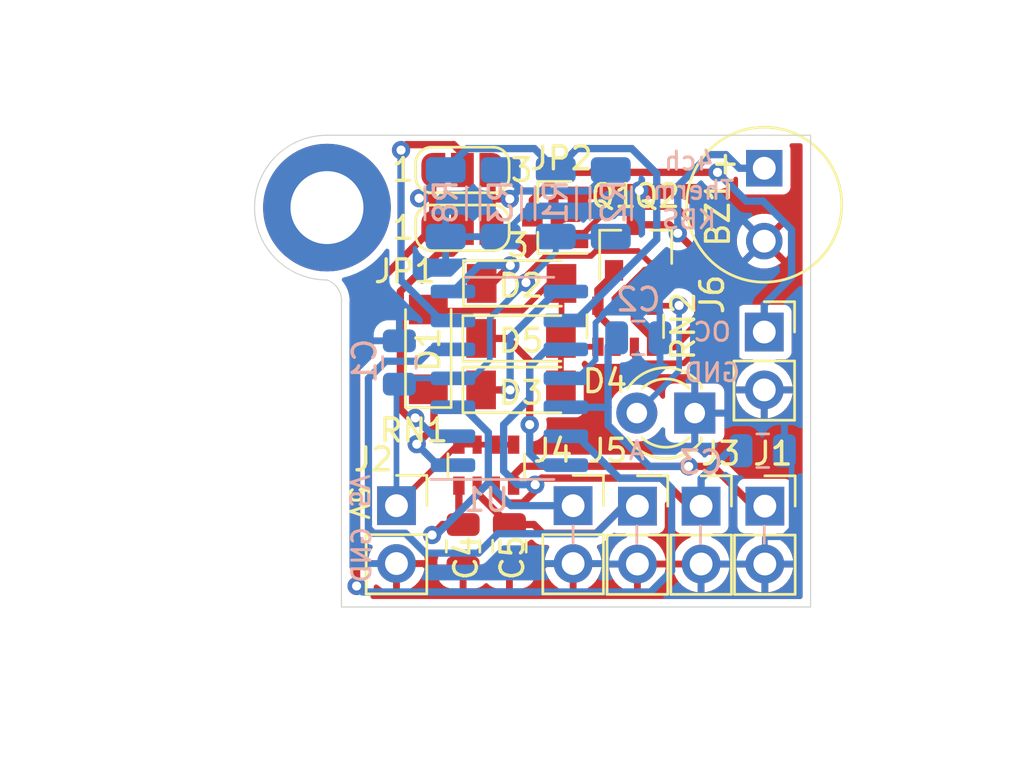
<source format=kicad_pcb>
(kicad_pcb (version 20211014) (generator pcbnew)
  (layers (0 "F.Cu" signal) (31 "B.Cu" signal) (34 "B.Paste" user) (35 "F.Paste" user) (36 "B.SilkS" user "B.Silkscreen") (37 "F.SilkS" user "F.Silkscreen") (38 "B.Mask" user) (39 "F.Mask" user) (44 "Edge.Cuts" user))
  (net 0 "")
  (net 1 "Net-(Q2-Pad3)")
  (net 2 "GND")
  (net 3 "+5V")
  (net 4 "Net-(J1-Pad1)")
  (net 5 "Net-(D1-Pad2)")
  (net 6 "Net-(U1-Pad10)")
  (net 7 "Net-(U1-Pad3)")
  (net 8 "Net-(U1-Pad5)")
  (net 9 "Net-(U1-Pad1)")
  (net 10 "Net-(U1-Pad7)")
  (net 11 "Net-(D4-Pad2)")
  (net 12 "Net-(U1-Pad8)")
  (net 13 "Net-(Q1-Pad1)")
  (net 14 "Net-(U1-Pad14)")
  (net 15 "Net-(J6-Pad1)")
  (net 16 "/ref1")
  (net 17 "Net-(U1-Pad2)")
  (net 18 "/ref2")
  (net 19 "Net-(U1-Pad6)")
  (net 20 "Net-(Q2-Pad1)")
  (footprint "Connector_PinSocket_2.54mm:PinSocket_1x02_P2.54mm_Vertical" (layer "F.Cu") (at 134.899 61.234)
    (fp_text reference "J1" (at 0.356 -2.306) (layer "F.SilkS"))
    (fp_text value "NTC50k")
    (pad "1" thru_hole rect locked (at 0 0) (size 1.7 1.7) (drill 1) (layers *.Cu *.Mask) (net 4 "Net-(J1-Pad1)"))
    (pad "2" thru_hole oval locked (at 0 2.54) (size 1.7 1.7) (drill 1) (layers *.Cu *.Mask) (net 2 "GND"))
  )
  (footprint "LED_THT:LED_D3.0mm" (layer "F.Cu") (at 131.826 57.15 180)
    (fp_text reference "D4" (at 3.937 1.397) (layer "F.SilkS"))
    (fp_text value "LED")
    (pad "1" thru_hole rect locked (at 0 0 180) (size 1.8 1.8) (drill 0.9) (layers *.Cu *.Mask) (net 2 "GND"))
    (pad "2" thru_hole circle locked (at 2.54 0 180) (size 1.8 1.8) (drill 0.9) (layers *.Cu *.Mask) (net 11 "Net-(D4-Pad2)"))
  )
  (footprint "Connector_PinSocket_2.54mm:PinSocket_1x02_P2.54mm_Vertical" (layer "F.Cu") (at 118.745 61.214)
    (fp_text reference "J2" (at -1.016 -2.032 180) (layer "F.SilkS"))
    (fp_text value "supl.")
    (pad "1" thru_hole rect locked (at 0 0) (size 1.7 1.7) (drill 1) (layers *.Cu *.Mask) (net 3 "+5V"))
    (pad "2" thru_hole oval locked (at 0 2.54) (size 1.7 1.7) (drill 1) (layers *.Cu *.Mask) (net 2 "GND"))
  )
  (footprint "Buzzer_Beeper:MagneticBuzzer_Kingstate_KCG0601" (layer "F.Cu") (at 134.874 46.406 -90)
    (fp_text reference "BZ1" (at 1.981 2.032 90) (layer "F.SilkS"))
    (fp_text value "Buzzer")
    (fp_text user "+" (at -0.178 1.778 90) (layer "F.SilkS"))
    (pad "1" thru_hole rect locked (at 0 0 270) (size 1.6 1.6) (drill 1) (layers *.Cu *.Mask) (net 1 "Net-(Q2-Pad3)"))
    (pad "2" thru_hole circle locked (at 3.2 0 270) (size 1.6 1.6) (drill 1) (layers *.Cu *.Mask) (net 2 "GND"))
  )
  (footprint "Diode_SMD:D_MiniMELF" (layer "F.Cu") (at 120.142 54.356 90)
    (fp_text reference "D1" (at 0 0 90) (layer "F.SilkS"))
    (fp_text value "4148")
    (pad "1" smd rect (at -1.75 0 90) (size 1.3 1.7) (layers "F.Cu" "F.Paste" "F.Mask") (net 9 "Net-(U1-Pad1)"))
    (pad "2" smd rect (at 1.75 0 90) (size 1.3 1.7) (layers "F.Cu" "F.Paste" "F.Mask") (net 5 "Net-(D1-Pad2)"))
  )
  (footprint "Resistor_SMD:R_Array_Convex_4x0603" (layer "F.Cu") (at 128.778 53.34 -90)
    (fp_text reference "RN2" (at 0 -2.54 90) (layer "F.SilkS"))
    (fp_text value "2k2")
    (pad "1" smd rect (at -0.9 -1.2 270) (size 0.8 0.5) (layers "F.Cu" "F.Paste" "F.Mask") (net 11 "Net-(D4-Pad2)"))
    (pad "2" smd rect (at -0.9 -0.4 270) (size 0.8 0.4) (layers "F.Cu" "F.Paste" "F.Mask") (net 1 "Net-(Q2-Pad3)"))
    (pad "3" smd rect (at -0.9 0.4 270) (size 0.8 0.4) (layers "F.Cu" "F.Paste" "F.Mask") (net 3 "+5V"))
    (pad "4" smd rect (at -0.9 1.2 270) (size 0.8 0.5) (layers "F.Cu" "F.Paste" "F.Mask") (net 20 "Net-(Q2-Pad1)"))
    (pad "5" smd rect (at 0.9 1.2 270) (size 0.8 0.5) (layers "F.Cu" "F.Paste" "F.Mask") (net 5 "Net-(D1-Pad2)"))
    (pad "6" smd rect (at 0.9 0.4 270) (size 0.8 0.4) (layers "F.Cu" "F.Paste" "F.Mask") (net 20 "Net-(Q2-Pad1)"))
    (pad "7" smd rect (at 0.9 -0.4 270) (size 0.8 0.4) (layers "F.Cu" "F.Paste" "F.Mask") (net 13 "Net-(Q1-Pad1)"))
    (pad "8" smd rect (at 0.9 -1.2 270) (size 0.8 0.5) (layers "F.Cu" "F.Paste" "F.Mask") (net 1 "Net-(Q2-Pad3)"))
  )
  (footprint "Resistor_SMD:R_Array_Convex_4x0603" (layer "F.Cu") (at 122.682 59.436 90)
    (fp_text reference "RN1" (at 1.524 -3.175 180) (layer "F.SilkS"))
    (fp_text value "22k")
    (pad "1" smd rect (at -0.9 -1.2 90) (size 0.8 0.5) (layers "F.Cu" "F.Paste" "F.Mask") (net 7 "Net-(U1-Pad3)"))
    (pad "2" smd rect (at -0.9 -0.4 90) (size 0.8 0.4) (layers "F.Cu" "F.Paste" "F.Mask") (net 8 "Net-(U1-Pad5)"))
    (pad "3" smd rect (at -0.9 0.4 90) (size 0.8 0.4) (layers "F.Cu" "F.Paste" "F.Mask") (net 6 "Net-(U1-Pad10)"))
    (pad "4" smd rect (at -0.9 1.2 90) (size 0.8 0.5) (layers "F.Cu" "F.Paste" "F.Mask") (net 4 "Net-(J1-Pad1)"))
    (pad "5" smd rect (at 0.9 1.2 90) (size 0.8 0.5) (layers "F.Cu" "F.Paste" "F.Mask") (net 3 "+5V"))
    (pad "6" smd rect (at 0.9 0.4 90) (size 0.8 0.4) (layers "F.Cu" "F.Paste" "F.Mask") (net 3 "+5V"))
    (pad "7" smd rect (at 0.9 -0.4 90) (size 0.8 0.4) (layers "F.Cu" "F.Paste" "F.Mask") (net 3 "+5V"))
    (pad "8" smd rect (at 0.9 -1.2 90) (size 0.8 0.5) (layers "F.Cu" "F.Paste" "F.Mask") (net 3 "+5V"))
  )
  (footprint "Jumper:SolderJumper-3_P1.3mm_Bridged12_RoundedPad1.0x1.5mm_NumberLabels" (layer "F.Cu") (at 121.636 46.482)
    (fp_text reference "JP2" (at 4.348 -0.508) (layer "F.SilkS"))
    (fp_text value "Jumper_3_Bridged12")
    (fp_text user "1" (at -2.6 0) (layer "F.SilkS"))
    (fp_text user "3" (at 2.6 0) (layer "F.SilkS"))
    (fp_poly (pts (xy -0.9 -0.3) (xy -0.4 -0.3) (xy -0.4 0.3) (xy -0.9 0.3)) (layer "F.Cu") (width 0) (fill solid))
    (pad "1" smd custom (at -1.3 0) (size 1 0.5) (layers "F.Cu" "F.Mask") (net 16 "/ref1") (options (clearance outline) (anchor rect)) (primitives (gr_poly (pts (xy 0.55 0.75) (xy 0 0.75) (xy 0 -0.75) (xy 0.55 -0.75)) (width 0) (fill yes)) (gr_circle (center 0 0.25) (end 0.5 0.25) (width 0) (fill yes)) (gr_circle (center 0 -0.25) (end 0.5 -0.25) (width 0) (fill yes))))
    (pad "2" smd rect (at 0 0) (size 1 1.5) (layers "F.Cu" "F.Mask") (net 19 "Net-(U1-Pad6)"))
    (pad "3" smd custom (at 1.3 0) (size 1 0.5) (layers "F.Cu" "F.Mask") (net 18 "/ref2") (options (clearance outline) (anchor rect)) (primitives (gr_circle (center 0 0.25) (end 0.5 0.25) (width 0) (fill yes)) (gr_circle (center 0 -0.25) (end 0.5 -0.25) (width 0) (fill yes)) (gr_poly (pts (xy 0 0.75) (xy -0.55 0.75) (xy -0.55 -0.75) (xy 0 -0.75)) (width 0) (fill yes))))
  )
  (footprint "MountingHole:MountingHole_3.2mm_M3_DIN965_Pad" (layer "F.Cu") (at 115.697 48.133)
    (fp_text reference "REF2" hide)
    (fp_text value "MountingHole_3.2mm_M3_DIN965_Pad")
    (pad "1" thru_hole circle (at 0 0) (size 5.6 5.6) (drill 3.2) (layers *.Cu *.Mask))
  )
  (footprint "Connector_PinSocket_2.54mm:PinSocket_1x02_P2.54mm_Vertical" (layer "F.Cu") (at 129.311 61.234)
    (fp_text reference "J5" (at -1.295 -2.433) (layer "F.SilkS"))
    (fp_text value "NTC50k")
    (pad "1" thru_hole rect (at 0 0) (size 1.7 1.7) (drill 1) (layers *.Cu *.Mask) (net 8 "Net-(U1-Pad5)"))
    (pad "2" thru_hole oval (at 0 2.54) (size 1.7 1.7) (drill 1) (layers *.Cu *.Mask) (net 2 "GND"))
  )
  (footprint "Connector_PinSocket_2.54mm:PinSocket_1x02_P2.54mm_Vertical" (layer "F.Cu") (at 126.492 61.214)
    (fp_text reference "J4" (at -0.889 -2.413) (layer "F.SilkS"))
    (fp_text value "NTC50k")
    (pad "1" thru_hole rect (at 0 0) (size 1.7 1.7) (drill 1) (layers *.Cu *.Mask) (net 7 "Net-(U1-Pad3)"))
    (pad "2" thru_hole oval (at 0 2.54) (size 1.7 1.7) (drill 1) (layers *.Cu *.Mask) (net 2 "GND"))
  )
  (footprint "libs:SOT-23" (layer "F.Cu") (at 125.73 48.514 180)
    (fp_text reference "Q1" (at -2.54 0.889) (layer "F.SilkS"))
    (fp_text value "MMBT3904")
    (pad "1" smd rect (at -0.975 -1 180) (size 0.9 0.8) (layers "F.Cu" "F.Paste" "F.Mask") (net 13 "Net-(Q1-Pad1)"))
    (pad "2" smd rect (at -0.975 0.9 180) (size 0.9 0.8) (layers "F.Cu" "F.Paste" "F.Mask") (net 2 "GND"))
    (pad "3" smd rect (at 1.025 -0.05 180) (size 0.9 0.8) (layers "F.Cu" "F.Paste" "F.Mask") (net 15 "Net-(J6-Pad1)"))
  )
  (footprint "Diode_SMD:D_MiniMELF" (layer "F.Cu") (at 124.206 56.134)
    (fp_text reference "D3" (at 0 0.127) (layer "F.SilkS"))
    (fp_text value "4148")
    (pad "1" smd rect (at -1.75 0) (size 1.3 1.7) (layers "F.Cu" "F.Paste" "F.Mask") (net 12 "Net-(U1-Pad8)"))
    (pad "2" smd rect (at 1.75 0) (size 1.3 1.7) (layers "F.Cu" "F.Paste" "F.Mask") (net 5 "Net-(D1-Pad2)"))
  )
  (footprint "Capacitor_SMD:C_0805_2012Metric" (layer "F.Cu") (at 121.666 62.992 90)
    (fp_text reference "C4" (at -0.508 0.127 90) (layer "F.SilkS"))
    (fp_text value "100n")
    (pad "1" smd roundrect (at -0.95 0 90) (size 1 1.45) (layers "F.Cu" "F.Paste" "F.Mask") (net 2 "GND"))
    (pad "2" smd roundrect (at 0.95 0 90) (size 1 1.45) (layers "F.Cu" "F.Paste" "F.Mask") (net 7 "Net-(U1-Pad3)"))
  )
  (footprint "Connector_PinSocket_2.54mm:PinSocket_1x02_P2.54mm_Vertical" (layer "F.Cu") (at 132.105 61.234)
    (fp_text reference "J3" (at 0.864 -2.306) (layer "F.SilkS"))
    (fp_text value "NTC50k")
    (pad "1" thru_hole rect (at 0 0) (size 1.7 1.7) (drill 1) (layers *.Cu *.Mask) (net 6 "Net-(U1-Pad10)"))
    (pad "2" thru_hole oval (at 0 2.54) (size 1.7 1.7) (drill 1) (layers *.Cu *.Mask) (net 2 "GND"))
  )
  (footprint "Diode_SMD:D_MiniMELF" (layer "F.Cu") (at 124.206 53.8734)
    (fp_text reference "D5" (at 0 0.1016) (layer "F.SilkS"))
    (fp_text value "4148")
    (pad "1" smd rect (at -1.75 0) (size 1.3 1.7) (layers "F.Cu" "F.Paste" "F.Mask") (net 14 "Net-(U1-Pad14)"))
    (pad "2" smd rect (at 1.75 0) (size 1.3 1.7) (layers "F.Cu" "F.Paste" "F.Mask") (net 5 "Net-(D1-Pad2)"))
  )
  (footprint "libs:SOT-23" (layer "F.Cu") (at 129.286 49.911 90)
    (fp_text reference "Q2" (at 2.286 0.889 180) (layer "F.SilkS"))
    (fp_text value "MMBT3906")
    (pad "1" smd rect (at -0.975 -1 90) (size 0.9 0.8) (layers "F.Cu" "F.Paste" "F.Mask") (net 20 "Net-(Q2-Pad1)"))
    (pad "2" smd rect (at -0.975 0.9 90) (size 0.9 0.8) (layers "F.Cu" "F.Paste" "F.Mask") (net 3 "+5V"))
    (pad "3" smd rect (at 1.025 -0.05 90) (size 0.9 0.8) (layers "F.Cu" "F.Paste" "F.Mask") (net 1 "Net-(Q2-Pad3)"))
  )
  (footprint "Jumper:SolderJumper-3_P1.3mm_Bridged12_RoundedPad1.0x1.5mm_NumberLabels" (layer "F.Cu") (at 121.636 49.022)
    (fp_text reference "JP1" (at -2.51 1.905) (layer "F.SilkS"))
    (fp_text value "Jumper_3_Bridged12")
    (fp_text user "3" (at 2.443 0.762) (layer "F.SilkS"))
    (fp_text user "1" (at -2.6 0) (layer "F.SilkS"))
    (fp_poly (pts (xy -0.9 -0.3) (xy -0.4 -0.3) (xy -0.4 0.3) (xy -0.9 0.3)) (layer "F.Cu") (width 0) (fill solid))
    (pad "1" smd custom (at -1.3 0) (size 1 0.5) (layers "F.Cu" "F.Mask") (net 16 "/ref1") (options (clearance outline) (anchor rect)) (primitives (gr_poly (pts (xy 0.55 0.75) (xy 0 0.75) (xy 0 -0.75) (xy 0.55 -0.75)) (width 0) (fill yes)) (gr_circle (center 0 0.25) (end 0.5 0.25) (width 0) (fill yes)) (gr_circle (center 0 -0.25) (end 0.5 -0.25) (width 0) (fill yes))))
    (pad "2" smd rect (at 0 0) (size 1 1.5) (layers "F.Cu" "F.Mask") (net 17 "Net-(U1-Pad2)"))
    (pad "3" smd custom (at 1.3 0) (size 1 0.5) (layers "F.Cu" "F.Mask") (net 18 "/ref2") (options (clearance outline) (anchor rect)) (primitives (gr_circle (center 0 0.25) (end 0.5 0.25) (width 0) (fill yes)) (gr_circle (center 0 -0.25) (end 0.5 -0.25) (width 0) (fill yes)) (gr_poly (pts (xy 0 0.75) (xy -0.55 0.75) (xy -0.55 -0.75) (xy 0 -0.75)) (width 0) (fill yes))))
  )
  (footprint "Diode_SMD:D_MiniMELF" (layer "F.Cu") (at 124.2314 51.4604)
    (fp_text reference "D2" (at -0.0254 0.1016) (layer "F.SilkS"))
    (fp_text value "4148")
    (pad "1" smd rect (at -1.75 0) (size 1.3 1.7) (layers "F.Cu" "F.Paste" "F.Mask") (net 10 "Net-(U1-Pad7)"))
    (pad "2" smd rect (at 1.75 0) (size 1.3 1.7) (layers "F.Cu" "F.Paste" "F.Mask") (net 5 "Net-(D1-Pad2)"))
  )
  (footprint "Capacitor_SMD:C_0805_2012Metric" (layer "F.Cu") (at 123.698 62.992 90)
    (fp_text reference "C5" (at -0.508 0.127 90) (layer "F.SilkS"))
    (fp_text value "100n")
    (pad "1" smd roundrect (at -0.95 0 90) (size 1 1.45) (layers "F.Cu" "F.Paste" "F.Mask") (net 2 "GND"))
    (pad "2" smd roundrect (at 0.95 0 90) (size 1 1.45) (layers "F.Cu" "F.Paste" "F.Mask") (net 8 "Net-(U1-Pad5)"))
  )
  (footprint "Connector_PinSocket_2.54mm:PinSocket_1x02_P2.54mm_Vertical" (layer "F.Cu") (at 134.874 53.594)
    (fp_text reference "J6" (at -2.286 -1.651 90) (layer "F.SilkS"))
    (fp_text value "Out OC")
    (pad "1" thru_hole rect (at 0 0) (size 1.7 1.7) (drill 1) (layers *.Cu *.Mask) (net 15 "Net-(J6-Pad1)"))
    (pad "2" thru_hole oval (at 0 2.54) (size 1.7 1.7) (drill 1) (layers *.Cu *.Mask) (net 2 "GND"))
  )
  (footprint "Capacitor_SMD:C_0805_2012Metric" (layer "B.Cu") (at 118.872 54.93 90)
    (fp_text reference "C1" (at 0.066 -1.524 90) (layer "B.SilkS") (effects (justify mirror)))
    (fp_text value "1u")
    (pad "1" smd roundrect locked (at -0.95 0 90) (size 1 1.45) (layers "B.Cu" "B.Paste" "B.Mask") (net 3 "+5V"))
    (pad "2" smd roundrect locked (at 0.95 0 90) (size 1 1.45) (layers "B.Cu" "B.Paste" "B.Mask") (net 2 "GND"))
  )
  (footprint "Capacitor_SMD:C_0805_2012Metric" (layer "B.Cu") (at 129.352 53.848 180)
    (fp_text reference "C2" (at 0 1.68) (layer "B.SilkS") (effects (justify mirror)))
    (fp_text value "100n")
    (pad "1" smd roundrect locked (at -0.95 0 180) (size 1 1.45) (layers "B.Cu" "B.Paste" "B.Mask") (net 2 "GND"))
    (pad "2" smd roundrect locked (at 0.95 0 180) (size 1 1.45) (layers "B.Cu" "B.Paste" "B.Mask") (net 4 "Net-(J1-Pad1)"))
  )
  (footprint "Resistor_SMD:R_1206_3216Metric" (layer "B.Cu") (at 120.904 47.9445 -90)
    (fp_text reference "R8" (at -0.0655 0 90) (layer "B.SilkS") (effects (justify mirror)))
    (fp_text value "12k")
    (pad "1" smd roundrect locked (at -1.4625 0 270) (size 1.125 1.75) (layers "B.Cu" "B.Paste" "B.Mask") (roundrect_rratio 0.2222222222) (net 16 "/ref1"))
    (pad "2" smd roundrect locked (at 1.4625 0 270) (size 1.125 1.75) (layers "B.Cu" "B.Paste" "B.Mask") (roundrect_rratio 0.2222222222) (net 2 "GND"))
  )
  (footprint "Package_SO:SOIC-14_3.9x8.7mm_P1.27mm" (layer "B.Cu") (at 123.698 55.626)
    (fp_text reference "U1" (at -1.016 5.334) (layer "B.SilkS") (effects (justify mirror)))
    (fp_text value "LM324")
    (pad "1" smd roundrect locked (at -2.475 3.81) (size 1.95 0.6) (layers "B.Cu" "B.Paste" "B.Mask") (net 9 "Net-(U1-Pad1)"))
    (pad "2" smd roundrect locked (at -2.475 2.54) (size 1.95 0.6) (layers "B.Cu" "B.Paste" "B.Mask") (net 17 "Net-(U1-Pad2)"))
    (pad "3" smd roundrect locked (at -2.475 1.27) (size 1.95 0.6) (layers "B.Cu" "B.Paste" "B.Mask") (net 7 "Net-(U1-Pad3)"))
    (pad "4" smd roundrect locked (at -2.475 0) (size 1.95 0.6) (layers "B.Cu" "B.Paste" "B.Mask") (net 3 "+5V"))
    (pad "5" smd roundrect locked (at -2.475 -1.27) (size 1.95 0.6) (layers "B.Cu" "B.Paste" "B.Mask") (net 8 "Net-(U1-Pad5)"))
    (pad "6" smd roundrect locked (at -2.475 -2.54) (size 1.95 0.6) (layers "B.Cu" "B.Paste" "B.Mask") (net 19 "Net-(U1-Pad6)"))
    (pad "7" smd roundrect locked (at -2.475 -3.81) (size 1.95 0.6) (layers "B.Cu" "B.Paste" "B.Mask") (net 10 "Net-(U1-Pad7)"))
    (pad "8" smd roundrect locked (at 2.475 -3.81) (size 1.95 0.6) (layers "B.Cu" "B.Paste" "B.Mask") (net 12 "Net-(U1-Pad8)"))
    (pad "9" smd roundrect locked (at 2.475 -2.54) (size 1.95 0.6) (layers "B.Cu" "B.Paste" "B.Mask") (net 16 "/ref1"))
    (pad "10" smd roundrect locked (at 2.475 -1.27) (size 1.95 0.6) (layers "B.Cu" "B.Paste" "B.Mask") (net 6 "Net-(U1-Pad10)"))
    (pad "11" smd roundrect locked (at 2.475 0) (size 1.95 0.6) (layers "B.Cu" "B.Paste" "B.Mask") (net 2 "GND"))
    (pad "12" smd roundrect locked (at 2.475 1.27) (size 1.95 0.6) (layers "B.Cu" "B.Paste" "B.Mask") (net 4 "Net-(J1-Pad1)"))
    (pad "13" smd roundrect locked (at 2.475 2.54) (size 1.95 0.6) (layers "B.Cu" "B.Paste" "B.Mask") (net 16 "/ref1"))
    (pad "14" smd roundrect locked (at 2.475 3.81) (size 1.95 0.6) (layers "B.Cu" "B.Paste" "B.Mask") (net 14 "Net-(U1-Pad14)"))
  )
  (footprint "Capacitor_SMD:C_0805_2012Metric" (layer "B.Cu") (at 134.808 58.801 180)
    (fp_text reference "C3" (at 2.728 -0.508) (layer "B.SilkS") (effects (justify mirror)))
    (fp_text value "100n")
    (pad "1" smd roundrect (at -0.95 0 180) (size 1 1.45) (layers "B.Cu" "B.Paste" "B.Mask") (net 2 "GND"))
    (pad "2" smd roundrect (at 0.95 0 180) (size 1 1.45) (layers "B.Cu" "B.Paste" "B.Mask") (net 6 "Net-(U1-Pad10)"))
  )
  (footprint "Resistor_SMD:R_1206_3216Metric" (layer "B.Cu") (at 125.73 47.9405 90)
    (fp_text reference "R1" (at 0.0615 0 90) (layer "B.SilkS") (effects (justify mirror)))
    (fp_text value "30k")
    (pad "1" smd roundrect (at -1.4625 0 90) (size 1.125 1.75) (layers "B.Cu" "B.Paste" "B.Mask") (roundrect_rratio 0.2222222222) (net 3 "+5V"))
    (pad "2" smd roundrect (at 1.4625 0 90) (size 1.125 1.75) (layers "B.Cu" "B.Paste" "B.Mask") (roundrect_rratio 0.2222222222) (net 16 "/ref1"))
  )
  (footprint "Resistor_SMD:R_1206_3216Metric" (layer "B.Cu") (at 128.143 47.9445 90)
    (fp_text reference "R2" (at 0.0655 0.127 90) (layer "B.SilkS") (effects (justify mirror)))
    (fp_text value "opt")
    (pad "1" smd roundrect (at -1.4625 0 90) (size 1.125 1.75) (layers "B.Cu" "B.Paste" "B.Mask") (roundrect_rratio 0.2222222222) (net 3 "+5V"))
    (pad "2" smd roundrect (at 1.4625 0 90) (size 1.125 1.75) (layers "B.Cu" "B.Paste" "B.Mask") (roundrect_rratio 0.2222222222) (net 18 "/ref2"))
  )
  (footprint "Resistor_SMD:R_1206_3216Metric" (layer "B.Cu") (at 123.317 47.9445 -90)
    (fp_text reference "R3" (at -0.0655 0 90) (layer "B.SilkS") (effects (justify mirror)))
    (fp_text value "opt")
    (pad "1" smd roundrect (at -1.4625 0 270) (size 1.125 1.75) (layers "B.Cu" "B.Paste" "B.Mask") (roundrect_rratio 0.2222222222) (net 18 "/ref2"))
    (pad "2" smd roundrect (at 1.4625 0 270) (size 1.125 1.75) (layers "B.Cu" "B.Paste" "B.Mask") (roundrect_rratio 0.2222222222) (net 2 "GND"))
  )
  (gr_line (start 129.286 62.103) (end 129.286 62.865) (layer "B.SilkS") (width 0.12))
  (gr_line (start 132.08 62.103) (end 132.08 62.865) (layer "B.SilkS") (width 0.12))
  (gr_line (start 126.492 62.103) (end 126.492 62.865) (layer "B.SilkS") (width 0.12))
  (gr_line (start 134.874 62.103) (end 134.874 62.865) (layer "B.SilkS") (width 0.12))
  (gr_arc (start 115.697 51.308) (mid 112.522 48.133) (end 115.697 44.958) (layer "Edge.Cuts") (width 0.05))
  (gr_line (start 136.906 44.958) (end 136.906 65.659) (layer "Edge.Cuts") (width 0.05))
  (gr_line (start 136.906 65.659) (end 116.332 65.659) (layer "Edge.Cuts") (width 0.05))
  (gr_line (start 115.697 44.958) (end 136.906 44.958) (layer "Edge.Cuts") (width 0.05))
  (gr_line (start 116.332 52.324) (end 116.332 65.659) (layer "Edge.Cuts") (width 0.05))
  (gr_arc (start 115.697 51.308) (mid 116.188223 51.707423) (end 116.332 52.324) (layer "Edge.Cuts") (width 0.05))
  (gr_text "GND" (at 132.588 55.372) (layer "B.SilkS") (effects (font (size 0.8 0.8) (thickness 0.13)) (justify mirror)))
  (gr_text "OC" (at 132.588 53.594) (layer "B.SilkS") (effects (font (size 0.8 0.8) (thickness 0.13)) (justify mirror)))
  (gr_text "GND" (at 117.221 63.373 90) (layer "B.SilkS") (effects (font (size 0.8 0.8) (thickness 0.13)) (justify mirror)))
  (gr_text "5V" (at 117.094 60.579 270) (layer "B.SilkS") (effects (font (size 0.8 0.8) (thickness 0.13)) (justify mirror)))
  (gr_text "4ch\nTherm.\nKBS" (at 131.572 47.371) (layer "B.SilkS") (effects (font (size 0.8 0.8) (thickness 0.13)) (justify mirror)))
  (gr_text "A" (at 129.286 58.801) (layer "B.SilkS") (effects (font (size 0.8 0.8) (thickness 0.13)) (justify mirror)))
  (gr_text "5V" (at 117.094 61.087 -90) (layer "F.SilkS") (effects (font (size 0.8 0.8) (thickness 0.13))))
  (segment (start 129.978 54.24) (end 129.978 53.867) (width 0.32) (layer "F.Cu") (net 1))
  (segment (start 131.953 50.131) (end 131.081 49.259) (width 0.32) (layer "F.Cu") (net 1))
  (segment (start 130.708 48.886) (end 131.081 49.259) (width 0.32) (layer "F.Cu") (net 1))
  (segment (start 129.178 52.44) (end 129.178 53.067) (width 0.32) (layer "F.Cu") (net 1))
  (segment (start 129.978 54.24) (end 130.926 54.24) (width 0.32) (layer "F.Cu") (net 1))
  (segment (start 129.978 53.867) (end 129.178 53.067) (width 0.32) (layer "F.Cu") (net 1))
  (segment (start 129.236 48.886) (end 130.708 48.886) (width 0.32) (layer "F.Cu") (net 1))
  (segment (start 131.953 53.213) (end 131.953 50.131) (width 0.32) (layer "F.Cu") (net 1))
  (segment (start 130.926 54.24) (end 131.953 53.213) (width 0.32) (layer "F.Cu") (net 1))
  (via (at 131.081 49.259) (size 0.8) (drill 0.4) (layers "F.Cu" "B.Cu") (net 1))
  (segment (start 133.7885 46.406) (end 133.1912 45.8087) (width 0.32) (layer "B.Cu") (net 1))
  (segment (start 134.874 46.406) (end 133.7885 46.406) (width 0.32) (layer "B.Cu") (net 1))
  (segment (start 133.1912 45.8087) (end 132.4674 45.8087) (width 0.32) (layer "B.Cu") (net 1))
  (segment (start 131.081 47.1951) (end 131.081 49.259) (width 0.32) (layer "B.Cu") (net 1))
  (segment (start 132.4674 45.8087) (end 131.081 47.1951) (width 0.32) (layer "B.Cu") (net 1))
  (segment (start 118.745 63.754) (end 119.9203 63.754) (width 0.25) (layer "F.Cu") (net 2))
  (segment (start 125.9044 63.754) (end 125.3167 63.754) (width 0.25) (layer "F.Cu") (net 2))
  (segment (start 126.705 47.614) (end 129.1649 47.614) (width 0.25) (layer "F.Cu") (net 2))
  (segment (start 131.699 47.625) (end 129.6411 47.625) (width 0.25) (layer "F.Cu") (net 2))
  (segment (start 126.492 63.754) (end 128.1157 63.754) (width 0.25) (layer "F.Cu") (net 2))
  (segment (start 119.9203 63.754) (end 120.1083 63.942) (width 0.25) (layer "F.Cu") (net 2))
  (segment (start 120.1083 63.942) (end 121.666 63.942) (width 0.25) (layer "F.Cu") (net 2))
  (segment (start 129.6411 47.625) (end 129.3975 47.3814) (width 0.25) (layer "F.Cu") (net 2))
  (segment (start 128.1157 63.754) (end 128.1357 63.774) (width 0.25) (layer "F.Cu") (net 2))
  (segment (start 125.1287 63.942) (end 125.3167 63.754) (width 0.25) (layer "F.Cu") (net 2))
  (segment (start 121.666 63.942) (end 123.698 63.942) (width 0.25) (layer "F.Cu") (net 2))
  (segment (start 123.698 63.942) (end 125.1287 63.942) (width 0.25) (layer "F.Cu") (net 2))
  (segment (start 129.1649 47.614) (end 129.3975 47.3814) (width 0.25) (layer "F.Cu") (net 2))
  (segment (start 131.826 57.15) (end 133.858 57.15) (width 0.25) (layer "F.Cu") (net 2))
  (segment (start 134.899 63.774) (end 132.105 63.774) (width 0.25) (layer "F.Cu") (net 2))
  (segment (start 132.105 63.774) (end 129.311 63.774) (width 0.25) (layer "F.Cu") (net 2))
  (segment (start 129.311 63.774) (end 128.1357 63.774) (width 0.25) (layer "F.Cu") (net 2))
  (via (at 129.3975 47.3814) (size 0.8) (drill 0.4) (layers "F.Cu" "B.Cu") (net 2))
  (segment (start 129.1966 52.7426) (end 130.302 53.848) (width 0.25) (layer "B.Cu") (net 2))
  (segment (start 127.474 54.8218) (end 127.474 53.1865) (width 0.25) (layer "B.Cu") (net 2))
  (segment (start 123.317 49.407) (end 120.904 49.407) (width 0.25) (layer "B.Cu") (net 2))
  (segment (start 123.317 49.407) (end 124.21 48.514) (width 0.25) (layer "B.Cu") (net 2))
  (segment (start 127.9179 52.7426) (end 129.1966 52.7426) (width 0.25) (layer "B.Cu") (net 2))
  (segment (start 130.302 52.1716) (end 132.8676 49.606) (width 0.25) (layer "B.Cu") (net 2))
  (segment (start 134.874 56.134) (end 134.874 57.3093) (width 0.25) (layer "B.Cu") (net 2))
  (segment (start 134.899 62.5987) (end 135.707 62.5987) (width 0.25) (layer "B.Cu") (net 2))
  (segment (start 133.6591 50.8209) (end 134.874 49.606) (width 0.25) (layer "B.Cu") (net 2))
  (segment (start 134.899 63.774) (end 134.899 62.5987) (width 0.25) (layer "B.Cu") (net 2))
  (segment (start 133.6591 54.9191) (end 133.6591 50.8209) (width 0.25) (layer "B.Cu") (net 2))
  (segment (start 135.758 58.801) (end 135.758 58.1933) (width 0.25) (layer "B.Cu") (net 2))
  (segment (start 135.707 62.5987) (end 136.0744 62.2313) (width 0.25) (layer "B.Cu") (net 2))
  (segment (start 130.302 53.848) (end 130.302 52.1716) (width 0.25) (layer "B.Cu") (net 2))
  (segment (start 117.0218 63.2061) (end 117.0218 55.3868) (width 0.25) (layer "B.Cu") (net 2))
  (segment (start 126.6698 55.626) (end 127.474 54.8218) (width 0.25) (layer "B.Cu") (net 2))
  (segment (start 128.2649 48.514) (end 129.3975 47.3814) (width 0.25) (layer "B.Cu") (net 2))
  (segment (start 118.745 63.754) (end 117.5697 63.754) (width 0.25) (layer "B.Cu") (net 2))
  (segment (start 136.0744 62.2313) (end 136.0744 59.1174) (width 0.25) (layer "B.Cu") (net 2))
  (segment (start 127.474 53.1865) (end 127.9179 52.7426) (width 0.25) (layer "B.Cu") (net 2))
  (segment (start 124.21 48.514) (end 128.2649 48.514) (width 0.25) (layer "B.Cu") (net 2))
  (segment (start 117.5697 63.754) (end 117.0218 63.2061) (width 0.25) (layer "B.Cu") (net 2))
  (segment (start 127.2793 50.2536) (end 127.4949 50.038) (width 0.25) (layer "F.Cu") (net 3))
  (segment (start 122.282 58.536) (end 121.482 58.536) (width 0.25) (layer "F.Cu") (net 3))
  (segment (start 127.4949 50.038) (end 129.338 50.038) (width 0.25) (layer "F.Cu") (net 3))
  (segment (start 128.8542 51.689) (end 129.6572 50.886) (width 0.32) (layer "F.Cu") (net 3))
  (segment (start 128.378 52.089) (end 128.778 51.689) (width 0.32) (layer "F.Cu") (net 3))
  (segment (start 129.338 50.038) (end 130.186 50.886) (width 0.25) (layer "F.Cu") (net 3))
  (segment (start 123.082 58.536) (end 122.282 58.536) (width 0.25) (layer "F.Cu") (net 3))
  (segment (start 128.378 52.44) (end 128.378 52.089) (width 0.32) (layer "F.Cu") (net 3))
  (segment (start 124.4259 51.1241) (end 124.4259 51.4213) (width 0.25) (layer "F.Cu") (net 3))
  (segment (start 129.6572 50.886) (end 130.186 50.886) (width 0.32) (layer "F.Cu") (net 3))
  (segment (start 123.882 58.536) (end 123.082 58.536) (width 0.25) (layer "F.Cu") (net 3))
  (segment (start 125.2964 50.2536) (end 124.4259 51.1241) (width 0.25) (layer "F.Cu") (net 3))
  (segment (start 127.2793 50.2536) (end 125.2964 50.2536) (width 0.25) (layer "F.Cu") (net 3))
  (segment (start 121.423 58.536) (end 118.745 61.214) (width 0.25) (layer "F.Cu") (net 3))
  (segment (start 128.778 51.689) (end 128.8542 51.689) (width 0.32) (layer "F.Cu") (net 3))
  (via (at 124.4259 51.4213) (size 0.8) (drill 0.4) (layers "F.Cu" "B.Cu") (net 3))
  (segment (start 122.8373 52.9873) (end 123.4667 52.3579) (width 0.25) (layer "B.Cu") (net 3))
  (segment (start 124.3707 51.4539) (end 124.3933 51.4539) (width 0.25) (layer "B.Cu") (net 3))
  (segment (start 124.0769 51.7477) (end 124.0995 51.7477) (width 0.25) (layer "B.Cu") (net 3))
  (segment (start 123.7379 52.1093) (end 123.7379 52.0867) (width 0.25) (layer "B.Cu") (net 3))
  (segment (start 123.5119 52.3353) (end 123.5119 52.3127) (width 0.25) (layer "B.Cu") (net 3))
  (segment (start 123.7153 52.1319) (end 123.7153 52.1093) (width 0.25) (layer "B.Cu") (net 3))
  (segment (start 123.5571 52.2901) (end 123.5571 52.2675) (width 0.25) (layer "B.Cu") (net 3))
  (segment (start 123.8961 51.9285) (end 123.9187 51.9285) (width 0.25) (layer "B.Cu") (net 3))
  (segment (start 123.7605 52.0867) (end 123.7605 52.0641) (width 0.25) (layer "B.Cu") (net 3))
  (segment (start 123.5345 52.2901) (end 123.5571 52.2901) (width 0.25) (layer "B.Cu") (net 3))
  (segment (start 123.6249 52.2223) (end 123.6249 52.1997) (width 0.25) (layer "B.Cu") (net 3))
  (segment (start 124.1673 51.6799) (end 124.1673 51.6573) (width 0.25) (layer "B.Cu") (net 3))
  (segment (start 123.9865 51.8607) (end 123.9865 51.8381) (width 0.25) (layer "B.Cu") (net 3))
  (segment (start 124.2125 51.6121) (end 124.2351 51.6121) (width 0.25) (layer "B.Cu") (net 3))
  (segment (start 124.2577 51.5895) (end 124.2577 51.5669) (width 0.25) (layer "B.Cu") (net 3))
  (segment (start 123.6023 52.2223) (end 123.6249 52.2223) (width 0.25) (layer "B.Cu") (net 3))
  (segment (start 123.6927 52.1319) (end 123.7153 52.1319) (width 0.25) (layer "B.Cu") (net 3))
  (segment (start 125.73 50.0946) (end 125.73 49.403) (width 0.25) (layer "B.Cu") (net 3))
  (segment (start 124.1447 51.7025) (end 124.1447 51.6799) (width 0.25) (layer "B.Cu") (net 3))
  (segment (start 123.9413 51.9059) (end 123.9413 51.8833) (width 0.25) (layer "B.Cu") (net 3))
  (segment (start 124.2577 51.5669) (end 124.2803 51.5669) (width 0.25) (layer "B.Cu") (net 3))
  (segment (start 124.0091 51.8155) (end 124.0317 51.8155) (width 0.25) (layer "B.Cu") (net 3))
  (segment (start 123.8509 51.9963) (end 123.8509 51.9737) (width 0.25) (layer "B.Cu") (net 3))
  (segment (start 123.8509 51.9737) (end 123.8735 51.9737) (width 0.25) (layer "B.Cu") (net 3))
  (segment (start 123.7605 52.0641) (end 123.7831 52.0641) (width 0.25) (layer "B.Cu") (net 3))
  (segment (start 124.0317 51.8155) (end 124.0317 51.7929) (width 0.25) (layer "B.Cu") (net 3))
  (segment (start 124.0995 51.7251) (end 124.1221 51.7251) (width 0.25) (layer "B.Cu") (net 3))
  (segment (start 123.5345 52.3127) (end 123.5345 52.2901) (width 0.25) (layer "B.Cu") (net 3))
  (segment (start 124.3029 51.5217) (end 124.3255 51.5217) (width 0.25) (layer "B.Cu") (net 3))
  (segment (start 123.9639 51.8833) (end 123.9639 51.8607) (width 0.25) (layer "B.Cu") (net 3))
  (segment (start 124.2803 51.5669) (end 124.2803 51.5443) (width 0.25) (layer "B.Cu") (net 3))
  (segment (start 124.1447 51.6799) (end 124.1673 51.6799) (width 0.25) (layer "B.Cu") (net 3))
  (segment (start 123.6023 52.2449) (end 123.6023 52.2223) (width 0.25) (layer "B.Cu") (net 3))
  (segment (start 123.9413 51.8833) (end 123.9639 51.8833) (width 0.25) (layer "B.Cu") (net 3))
  (segment (start 124.2351 51.6121) (end 124.2351 51.5895) (width 0.25) (layer "B.Cu") (net 3))
  (segment (start 124.1899 51.6573) (end 124.1899 51.6347) (width 0.25) (layer "B.Cu") (net 3))
  (segment (start 123.9187 51.9059) (end 123.9413 51.9059) (width 0.25) (layer "B.Cu") (net 3))
  (segment (start 123.9865 51.8381) (end 124.0091 51.8381) (width 0.25) (layer "B.Cu") (net 3))
  (segment (start 124.2351 51.5895) (end 124.2577 51.5895) (width 0.25) (layer "B.Cu") (net 3))
  (segment (start 123.6927 52.1545) (end 123.6927 52.1319) (width 0.25) (layer "B.Cu") (net 3))
  (segment (start 123.8283 51.9963) (end 123.8509 51.9963) (width 0.25) (layer "B.Cu") (net 3))
  (segment (start 124.3255 51.5217) (end 124.3255 51.4991) (width 0.25) (layer "B.Cu") (net 3))
  (segment (start 124.3481 51.4991) (end 124.3481 51.4765) (width 0.25) (layer "B.Cu") (net 3))
  (segment (start 123.6701 52.1771) (end 123.6701 52.1545) (width 0.25) (layer "B.Cu") (net 3))
  (segment (start 123.5797 52.2449) (end 123.6023 52.2449) (width 0.25) (layer "B.Cu") (net 3))
  (segment (start 124.0317 51.7929) (end 124.0543 51.7929) (width 0.25) (layer "B.Cu") (net 3))
  (segment (start 118.745 61.214) (end 118.745 56.007) (width 0.25) (layer "B.Cu") (net 3))
  (segment (start 123.6249 52.1997) (end 123.6475 52.1997) (width 0.25) (layer "B.Cu") (net 3))
  (segment (start 123.7153 52.1093) (end 123.7379 52.1093) (width 0.25) (layer "B.Cu") (net 3))
  (segment (start 124.1221 51.7251) (end 124.1221 51.7025) (width 0.25) (layer "B.Cu") (net 3))
  (segment (start 123.8961 51.9511) (end 123.8961 51.9285) (width 0.25) (layer "B.Cu") (net 3))
  (segment (start 123.8283 52.0189) (end 123.8283 51.9963) (width 0.25) (layer "B.Cu") (net 3))
  (segment (start 122.8373 54.8357) (end 122.8373 52.9873) (width 0.25) (layer "B.Cu") (net 3))
  (segment (start 123.7831 52.0415) (end 123.8057 52.0415) (width 0.25) (layer "B.Cu") (net 3))
  (segment (start 124.0543 51.7929) (end 124.0543 51.7703) (width 0.25) (layer "B.Cu") (net 3))
  (segment (start 124.0995 51.7477) (end 124.0995 51.7251) (width 0.25) (layer "B.Cu") (net 3))
  (segment (start 123.4893 52.3353) (end 123.5119 52.3353) (width 0.25) (layer "B.Cu") (net 3))
  (segment (start 124.3933 51.4313) (end 125.73 50.0946) (width 0.25) (layer "B.Cu") (net 3))
  (segment (start 123.5571 52.2675) (end 123.5797 52.2675) (width 0.25) (layer "B.Cu") (net 3))
  (segment (start 122.047 55.626) (end 122.8373 54.8357) (width 0.25) (layer "B.Cu") (net 3))
  (segment (start 124.0769 51.7703) (end 124.0769 51.7477) (width 0.25) (layer "B.Cu") (net 3))
  (segment (start 123.9639 51.8607) (end 123.9865 51.8607) (width 0.25) (layer "B.Cu") (net 3))
  (segment (start 123.7831 52.0641) (end 123.7831 52.0415) (width 0.25) (layer "B.Cu") (net 3))
  (segment (start 123.5797 52.2675) (end 123.5797 52.2449) (width 0.25) (layer "B.Cu") (net 3))
  (segment (start 123.5119 52.3127) (end 123.5345 52.3127) (width 0.25) (layer "B.Cu") (net 3))
  (segment (start 119.126 55.626) (end 121.223 55.626) (width 0.25) (layer "B.Cu") (net 3))
  (segment (start 123.6475 52.1997) (end 123.6475 52.1771) (width 0.25) (layer "B.Cu") (net 3))
  (segment (start 123.4667 52.3579) (end 123.4893 52.3579) (width 0.25) (layer "B.Cu") (net 3))
  (segment (start 124.1221 51.7025) (end 124.1447 51.7025) (width 0.25) (layer "B.Cu") (net 3))
  (segment (start 123.6475 52.1771) (end 123.6701 52.1771) (width 0.25) (layer "B.Cu") (net 3))
  (segment (start 124.1899 51.6347) (end 124.2125 51.6347) (width 0.25) (layer "B.Cu") (net 3))
  (segment (start 124.1673 51.6573) (end 124.1899 51.6573) (width 0.25) (layer "B.Cu") (net 3))
  (segment (start 124.3933 51.4539) (end 124.4259 51.4213) (width 0.25) (layer "B.Cu") (net 3))
  (segment (start 123.4893 52.3579) (end 123.4893 52.3353) (width 0.25) (layer "B.Cu") (net 3))
  (segment (start 123.8057 52.0189) (end 123.8283 52.0189) (width 0.25) (layer "B.Cu") (net 3))
  (segment (start 124.3029 51.5443) (end 124.3029 51.5217) (width 0.25) (layer "B.Cu") (net 3))
  (segment (start 124.0543 51.7703) (end 124.0769 51.7703) (width 0.25) (layer "B.Cu") (net 3))
  (segment (start 124.0091 51.8381) (end 124.0091 51.8155) (width 0.25) (layer "B.Cu") (net 3))
  (segment (start 123.6701 52.1545) (end 123.6927 52.1545) (width 0.25) (layer "B.Cu") (net 3))
  (segment (start 123.7379 52.0867) (end 123.7605 52.0867) (width 0.25) (layer "B.Cu") (net 3))
  (segment (start 121.223 55.626) (end 122.047 55.626) (width 0.25) (layer "B.Cu") (net 3))
  (segment (start 124.3481 51.4765) (end 124.3707 51.4765) (width 0.25) (layer "B.Cu") (net 3))
  (segment (start 128.143 49.407) (end 125.734 49.407) (width 0.25) (layer "B.Cu") (net 3))
  (segment (start 123.9187 51.9285) (end 123.9187 51.9059) (width 0.25) (layer "B.Cu") (net 3))
  (segment (start 123.8735 51.9511) (end 123.8961 51.9511) (width 0.25) (layer "B.Cu") (net 3))
  (segment (start 124.3255 51.4991) (end 124.3481 51.4991) (width 0.25) (layer "B.Cu") (net 3))
  (segment (start 124.3707 51.4765) (end 124.3707 51.4539) (width 0.25) (layer "B.Cu") (net 3))
  (segment (start 123.8057 52.0415) (end 123.8057 52.0189) (width 0.25) (layer "B.Cu") (net 3))
  (segment (start 123.8735 51.9737) (end 123.8735 51.9511) (width 0.25) (layer "B.Cu") (net 3))
  (segment (start 124.2803 51.5443) (end 124.3029 51.5443) (width 0.25) (layer "B.Cu") (net 3))
  (segment (start 124.3933 51.4539) (end 124.3933 51.4313) (width 0.25) (layer "B.Cu") (net 3))
  (segment (start 124.2125 51.6347) (end 124.2125 51.6121) (width 0.25) (layer "B.Cu") (net 3))
  (segment (start 134.3857 61.234) (end 132.6411 59.4894) (width 0.32) (layer "F.Cu") (net 4))
  (segment (start 123.882 59.887) (end 124.2856 59.4834) (width 0.32) (layer "F.Cu") (net 4))
  (segment (start 123.882 60.336) (end 123.882 59.887) (width 0.32) (layer "F.Cu") (net 4))
  (segment (start 134.899 61.234) (end 134.3857 61.234) (width 0.32) (layer "F.Cu") (net 4))
  (segment (start 131.5535 59.4834) (end 131.5595 59.4894) (width 0.32) (layer "F.Cu") (net 4))
  (segment (start 124.2856 59.4834) (end 131.5535 59.4834) (width 0.32) (layer "F.Cu") (net 4))
  (segment (start 132.6411 59.4894) (end 131.5595 59.4894) (width 0.32) (layer "F.Cu") (net 4))
  (via (at 131.5595 59.4894) (size 0.8) (drill 0.4) (layers "F.Cu" "B.Cu") (net 4))
  (segment (start 126.173 56.896) (end 128.0257 56.896) (width 0.32) (layer "B.Cu") (net 4))
  (segment (start 128.402 53.848) (end 128.0257 54.2243) (width 0.32) (layer "B.Cu") (net 4))
  (segment (start 128.0257 57.6779) (end 129.8371 59.4893) (width 0.32) (layer "B.Cu") (net 4))
  (segment (start 129.8371 59.4893) (end 131.5595 59.4893) (width 0.32) (layer "B.Cu") (net 4))
  (segment (start 131.5595 59.4893) (end 131.5595 59.4894) (width 0.32) (layer "B.Cu") (net 4))
  (segment (start 128.0257 56.896) (end 128.0257 57.6779) (width 0.32) (layer "B.Cu") (net 4))
  (segment (start 128.0257 54.2243) (end 128.0257 56.896) (width 0.32) (layer "B.Cu") (net 4))
  (segment (start 125.4506 51.4604) (end 124.2568 52.6542) (width 0.25) (layer "F.Cu") (net 5))
  (segment (start 127.578 54.24) (end 126.348 54.24) (width 0.25) (layer "F.Cu") (net 5))
  (segment (start 125.984 51.562) (end 125.984 53.82) (width 0.25) (layer "F.Cu") (net 5))
  (segment (start 125.956 53.848) (end 125.956 56.134) (width 0.25) (layer "F.Cu") (net 5))
  (segment (start 125.9814 51.4604) (end 125.4506 51.4604) (width 0.25) (layer "F.Cu") (net 5))
  (segment (start 124.2568 52.6542) (end 120.1902 52.6542) (width 0.25) (layer "F.Cu") (net 5))
  (segment (start 123.082 60.336) (end 123.082 60.7222) (width 0.32) (layer "F.Cu") (net 6))
  (segment (start 123.082 60.7222) (end 123.4562 61.0964) (width 0.32) (layer "F.Cu") (net 6))
  (segment (start 124.2866 61.0964) (end 124.8292 60.5538) (width 0.32) (layer "F.Cu") (net 6))
  (segment (start 132.105 61.234) (end 131.5755 61.234) (width 0.32) (layer "F.Cu") (net 6))
  (segment (start 123.4562 61.0964) (end 124.2866 61.0964) (width 0.32) (layer "F.Cu") (net 6))
  (segment (start 130.3452 60.0037) (end 125.1193 60.0037) (width 0.32) (layer "F.Cu") (net 6))
  (segment (start 125.1193 60.0037) (end 124.8292 60.2938) (width 0.32) (layer "F.Cu") (net 6))
  (segment (start 124.8292 60.5538) (end 124.8292 60.2938) (width 0.32) (layer "F.Cu") (net 6))
  (segment (start 131.5755 61.234) (end 130.3452 60.0037) (width 0.32) (layer "F.Cu") (net 6))
  (via (at 124.8292 60.2938) (size 0.8) (drill 0.4) (layers "F.Cu" "B.Cu") (net 6))
  (segment (start 123.444 57.658) (end 123.444 59.69) (width 0.32) (layer "B.Cu") (net 6))
  (segment (start 124.587 56.515) (end 123.444 57.658) (width 0.32) (layer "B.Cu") (net 6))
  (segment (start 125.349 54.356) (end 124.587 55.118) (width 0.32) (layer "B.Cu") (net 6))
  (segment (start 133.3277 58.801) (end 133.858 58.801) (width 0.32) (layer "B.Cu") (net 6))
  (segment (start 124.587 55.118) (end 124.587 56.515) (width 0.32) (layer "B.Cu") (net 6))
  (segment (start 132.105 60.0237) (end 133.3277 58.801) (width 0.32) (layer "B.Cu") (net 6))
  (segment (start 124.0478 60.2938) (end 124.8292 60.2938) (width 0.32) (layer "B.Cu") (net 6))
  (segment (start 126.173 54.356) (end 125.349 54.356) (width 0.32) (layer "B.Cu") (net 6))
  (segment (start 123.444 59.69) (end 124.0478 60.2938) (width 0.32) (layer "B.Cu") (net 6))
  (segment (start 132.105 60.7589) (end 132.105 60.0237) (width 0.32) (layer "B.Cu") (net 6))
  (segment (start 120.7652 62.042) (end 120.3066 62.5006) (width 0.32) (layer "F.Cu") (net 7))
  (segment (start 121.666 62.042) (end 120.7652 62.042) (width 0.32) (layer "F.Cu") (net 7))
  (segment (start 121.482 60.336) (end 121.482 61.858) (width 0.32) (layer "F.Cu") (net 7))
  (via (at 120.3066 62.5006) (size 0.8) (drill 0.4) (layers "F.Cu" "B.Cu") (net 7))
  (segment (start 120.493 62.5006) (end 120.3066 62.5006) (width 0.32) (layer "B.Cu") (net 7))
  (segment (start 123.7678 61.214) (end 122.7737 60.2199) (width 0.32) (layer "B.Cu") (net 7))
  (segment (start 126.492 61.214) (end 123.7678 61.214) (width 0.32) (layer "B.Cu") (net 7))
  (segment (start 122.7737 60.2199) (end 120.493 62.5006) (width 0.32) (layer "B.Cu") (net 7))
  (segment (start 121.6685 56.896) (end 122.7737 58.0012) (width 0.32) (layer "B.Cu") (net 7))
  (segment (start 122.7737 58.0012) (end 122.7737 60.2199) (width 0.32) (layer "B.Cu") (net 7))
  (segment (start 122.282 60.336) (end 122.282 60.6581) (width 0.32) (layer "F.Cu") (net 8))
  (segment (start 127.5056 62.4244) (end 125.1546 62.4244) (width 0.32) (layer "F.Cu") (net 8))
  (segment (start 129.311 61.234) (end 128.696 61.234) (width 0.32) (layer "F.Cu") (net 8))
  (segment (start 128.696 61.234) (end 127.5056 62.4244) (width 0.32) (layer "F.Cu") (net 8))
  (segment (start 124.7722 62.042) (end 125.1546 62.4244) (width 0.32) (layer "F.Cu") (net 8))
  (segment (start 122.282 60.6581) (end 123.6659 62.042) (width 0.32) (layer "F.Cu") (net 8))
  (segment (start 123.698 62.042) (end 124.7722 62.042) (width 0.32) (layer "F.Cu") (net 8))
  (segment (start 117.5153 62.2043) (end 117.5153 55.6297) (width 0.32) (layer "B.Cu") (net 8))
  (segment (start 118.2702 54.8748) (end 119.7502 54.8748) (width 0.32) (layer "B.Cu") (net 8))
  (segment (start 120.0132 63.2964) (end 119.1412 62.4244) (width 0.32) (layer "B.Cu") (net 8))
  (segment (start 123.19 62.4443) (end 122.3379 63.2964) (width 0.32) (layer "B.Cu") (net 8))
  (segment (start 127.4956 62.4443) (end 123.19 62.4443) (width 0.32) (layer "B.Cu") (net 8))
  (segment (start 119.1412 62.4244) (end 117.7354 62.4244) (width 0.32) (layer "B.Cu") (net 8))
  (segment (start 122.3379 63.2964) (end 120.0132 63.2964) (width 0.32) (layer "B.Cu") (net 8))
  (segment (start 119.7502 54.8748) (end 120.269 54.356) (width 0.32) (layer "B.Cu") (net 8))
  (segment (start 117.5153 55.6297) (end 118.2702 54.8748) (width 0.32) (layer "B.Cu") (net 8))
  (segment (start 128.7059 61.234) (end 127.4956 62.4443) (width 0.32) (layer "B.Cu") (net 8))
  (segment (start 129.311 61.234) (end 128.7059 61.234) (width 0.32) (layer "B.Cu") (net 8))
  (segment (start 120.269 54.356) (end 121.223 54.356) (width 0.32) (layer "B.Cu") (net 8))
  (segment (start 117.7354 62.4244) (end 117.5153 62.2043) (width 0.32) (layer "B.Cu") (net 8))
  (segment (start 120.3902 57.759) (end 119.6346 58.5146) (width 0.32) (layer "F.Cu") (net 9))
  (segment (start 120.3902 56.3542) (end 120.3902 57.759) (width 0.32) (layer "F.Cu") (net 9))
  (via (at 119.6346 58.5146) (size 0.8) (drill 0.4) (layers "F.Cu" "B.Cu") (net 9))
  (segment (start 120.556 59.436) (end 119.6346 58.5146) (width 0.32) (layer "B.Cu") (net 9))
  (segment (start 122.9482 51.4604) (end 123.7393 50.6693) (width 0.32) (layer "F.Cu") (net 10))
  (segment (start 122.4814 51.4604) (end 122.9482 51.4604) (width 0.32) (layer "F.Cu") (net 10))
  (via (at 123.7393 50.6693) (size 0.8) (drill 0.4) (layers "F.Cu" "B.Cu") (net 10))
  (segment (start 122.3697 50.6693) (end 123.7393 50.6693) (width 0.32) (layer "B.Cu") (net 10))
  (segment (start 121.223 51.816) (end 122.3697 50.6693) (width 0.32) (layer "B.Cu") (net 10))
  (segment (start 131.1402 52.4256) (end 131.3267 52.44) (width 0.25) (layer "F.Cu") (net 11))
  (segment (start 131.3267 52.44) (end 129.978 52.44) (width 0.25) (layer "F.Cu") (net 11))
  (via (at 131.1402 52.4256) (size 0.8) (drill 0.4) (layers "F.Cu" "B.Cu") (net 11))
  (segment (start 131.1402 52.4256) (end 131.1402 55.2958) (width 0.25) (layer "B.Cu") (net 11))
  (segment (start 131.1402 55.2958) (end 129.286 57.15) (width 0.25) (layer "B.Cu") (net 11))
  (segment (start 122.456 56.134) (end 123.4663 56.134) (width 0.32) (layer "F.Cu") (net 12))
  (segment (start 123.4663 56.134) (end 123.729 56.134) (width 0.32) (layer "F.Cu") (net 12))
  (via (at 123.729 56.134) (size 0.8) (drill 0.4) (layers "F.Cu" "B.Cu") (net 12))
  (segment (start 125.7426 51.816) (end 123.729 53.8296) (width 0.32) (layer "B.Cu") (net 12))
  (segment (start 123.729 53.8296) (end 123.729 56.134) (width 0.32) (layer "B.Cu") (net 12))
  (segment (start 131.0386 48.1076) (end 131.1593 48.2283) (width 0.25) (layer "F.Cu") (net 13))
  (segment (start 131.3429 54.9653) (end 129.5143 54.9653) (width 0.25) (layer "F.Cu") (net 13))
  (segment (start 132.8117 53.4965) (end 131.3429 54.9653) (width 0.25) (layer "F.Cu") (net 13))
  (segment (start 131.1593 48.2283) (end 131.1593 48.2376) (width 0.25) (layer "F.Cu") (net 13))
  (segment (start 132.8117 49.89) (end 132.8117 53.4965) (width 0.25) (layer "F.Cu") (net 13))
  (segment (start 129.178 54.629) (end 129.5143 54.9653) (width 0.25) (layer "F.Cu") (net 13))
  (segment (start 126.705 49.514) (end 128.1114 48.1076) (width 0.25) (layer "F.Cu") (net 13))
  (segment (start 128.1114 48.1076) (end 131.0386 48.1076) (width 0.25) (layer "F.Cu") (net 13))
  (segment (start 131.1593 48.2376) (end 132.8117 49.89) (width 0.25) (layer "F.Cu") (net 13))
  (segment (start 129.178 54.24) (end 129.178 54.629) (width 0.25) (layer "F.Cu") (net 13))
  (segment (start 123.5964 53.8734) (end 122.456 53.8734) (width 0.32) (layer "F.Cu") (net 14))
  (segment (start 124.587 54.864) (end 123.5964 53.8734) (width 0.32) (layer "F.Cu") (net 14))
  (segment (start 124.587 57.658) (end 124.587 54.864) (width 0.32) (layer "F.Cu") (net 14))
  (via (at 124.587 57.658) (size 0.8) (drill 0.4) (layers "F.Cu" "B.Cu") (net 14))
  (segment (start 126.173 59.436) (end 125.095 59.436) (width 0.32) (layer "B.Cu") (net 14))
  (segment (start 124.587 58.928) (end 124.587 57.658) (width 0.32) (layer "B.Cu") (net 14))
  (segment (start 125.095 59.436) (end 124.587 58.928) (width 0.32) (layer "B.Cu") (net 14))
  (segment (start 124.705 48.564) (end 124.705 47.8037) (width 0.32) (layer "F.Cu") (net 15))
  (segment (start 124.705 47.8037) (end 125.9228 46.5859) (width 0.32) (layer "F.Cu") (net 15))
  (segment (start 125.9228 46.5859) (end 132.8243 46.5859) (width 0.32) (layer "F.Cu") (net 15))
  (via (at 132.8243 46.5859) (size 0.8) (drill 0.4) (layers "F.Cu" "B.Cu") (net 15))
  (segment (start 134.8166 47.8477) (end 134.0861 47.8477) (width 0.32) (layer "B.Cu") (net 15))
  (segment (start 134.874 53.594) (end 134.874 52.3837) (width 0.32) (layer "B.Cu") (net 15))
  (segment (start 134.874 52.3837) (end 136.0702 51.1875) (width 0.32) (layer "B.Cu") (net 15))
  (segment (start 136.0702 49.1013) (end 134.8166 47.8477) (width 0.32) (layer "B.Cu") (net 15))
  (segment (start 134.0861 47.8477) (end 132.8243 46.5859) (width 0.32) (layer "B.Cu") (net 15))
  (segment (start 136.0702 51.1875) (end 136.0702 49.1013) (width 0.32) (layer "B.Cu") (net 15))
  (segment (start 120.336 46.482) (end 120.336 47.7227) (width 0.32) (layer "F.Cu") (net 16))
  (segment (start 116.9967 52.3613) (end 116.9967 64.7369) (width 0.32) (layer "F.Cu") (net 16))
  (segment (start 120.336 47.7227) (end 120.336 49.022) (width 0.32) (layer "F.Cu") (net 16))
  (segment (start 120.336 47.7227) (end 119.7376 47.7227) (width 0.32) (layer "F.Cu") (net 16))
  (segment (start 120.336 49.022) (end 116.9967 52.3613) (width 0.32) (layer "F.Cu") (net 16))
  (via (at 116.9967 64.7369) (size 0.8) (drill 0.4) (layers "F.Cu" "B.Cu") (net 16))
  (via (at 119.7376 47.7227) (size 0.8) (drill 0.4) (layers "F.Cu" "B.Cu") (net 16))
  (segment (start 129.8909 65.002) (end 117.2618 65.002) (width 0.32) (layer "B.Cu") (net 16))
  (segment (start 130.81 64.0829) (end 129.8909 65.002) (width 0.32) (layer "B.Cu") (net 16))
  (segment (start 117.2618 65.002) (end 116.9967 64.7369) (width 0.32) (layer "B.Cu") (net 16))
  (segment (start 120.904 46.5563) (end 119.7376 47.7227) (width 0.32) (layer "B.Cu") (net 16))
  (segment (start 130.81 60.452) (end 130.81 64.0829) (width 0.32) (layer "B.Cu") (net 16))
  (segment (start 121.8421 45.5439) (end 120.904 46.482) (width 0.32) (layer "B.Cu") (net 16))
  (segment (start 124.7959 45.5439) (end 121.8421 45.5439) (width 0.32) (layer "B.Cu") (net 16))
  (segment (start 130.1586 49.5289) (end 126.6015 53.086) (width 0.32) (layer "B.Cu") (net 16))
  (segment (start 128.5195 60.0097) (end 130.3677 60.0097) (width 0.32) (layer "B.Cu") (net 16))
  (segment (start 129.0652 45.5439) (end 130.1586 46.6373) (width 0.32) (layer "B.Cu") (net 16))
  (segment (start 125.73 46.478) (end 126.6641 45.5439) (width 0.32) (layer "B.Cu") (net 16))
  (segment (start 125.73 46.478) (end 124.7959 45.5439) (width 0.32) (layer "B.Cu") (net 16))
  (segment (start 130.1586 46.6373) (end 130.1586 49.5289) (width 0.32) (layer "B.Cu") (net 16))
  (segment (start 130.3677 60.0097) (end 130.81 60.452) (width 0.32) (layer "B.Cu") (net 16))
  (segment (start 126.6641 45.5439) (end 129.0652 45.5439) (width 0.32) (layer "B.Cu") (net 16))
  (segment (start 126.6758 58.166) (end 128.5195 60.0097) (width 0.32) (layer "B.Cu") (net 16))
  (segment (start 119.3002 57.3629) (end 118.9151 56.9778) (width 0.32) (layer "F.Cu") (net 17))
  (segment (start 118.9151 51.8123) (end 120.5951 50.1323) (width 0.32) (layer "F.Cu") (net 17))
  (segment (start 121.636 49.022) (end 121.636 49.687) (width 0.32) (layer "F.Cu") (net 17))
  (segment (start 118.9151 56.9778) (end 118.9151 51.8123) (width 0.32) (layer "F.Cu") (net 17))
  (segment (start 120.5951 50.1323) (end 121.1907 50.1323) (width 0.32) (layer "F.Cu") (net 17))
  (segment (start 121.636 49.687) (end 121.1907 50.1323) (width 0.32) (layer "F.Cu") (net 17))
  (segment (start 119.5691 57.3629) (end 119.3002 57.3629) (width 0.32) (layer "F.Cu") (net 17))
  (via (at 119.5691 57.3629) (size 0.8) (drill 0.4) (layers "F.Cu" "B.Cu") (net 17))
  (segment (start 121.223 58.166) (end 120.3722 58.166) (width 0.32) (layer "B.Cu") (net 17))
  (segment (start 120.3722 58.166) (end 119.5691 57.3629) (width 0.32) (layer "B.Cu") (net 17))
  (segment (start 122.936 47.752) (end 123.7134 47.752) (width 0.32) (layer "F.Cu") (net 18))
  (segment (start 122.936 47.752) (end 122.936 49.022) (width 0.32) (layer "F.Cu") (net 18))
  (segment (start 122.936 46.482) (end 122.936 47.752) (width 0.32) (layer "F.Cu") (net 18))
  (via (at 123.7134 47.752) (size 0.8) (drill 0.4) (layers "F.Cu" "B.Cu") (net 18))
  (segment (start 127.2213 47.4037) (end 124.2387 47.4037) (width 0.32) (layer "B.Cu") (net 18))
  (segment (start 124.2387 47.4037) (end 124.1502 47.3152) (width 0.32) (layer "B.Cu") (net 18))
  (segment (start 124.1502 47.3152) (end 123.317 46.482) (width 0.32) (layer "B.Cu") (net 18))
  (segment (start 124.1502 47.3152) (end 123.7134 47.752) (width 0.32) (layer "B.Cu") (net 18))
  (segment (start 128.143 46.482) (end 127.2213 47.4037) (width 0.32) (layer "B.Cu") (net 18))
  (segment (start 119.1834 45.3717) (end 118.9446 45.6105) (width 0.32) (layer "F.Cu") (net 19))
  (segment (start 121.636 45.7554) (end 121.2523 45.3717) (width 0.32) (layer "F.Cu") (net 19))
  (segment (start 121.2523 45.3717) (end 119.1834 45.3717) (width 0.32) (layer "F.Cu") (net 19))
  (segment (start 121.636 46.482) (end 121.636 45.7554) (width 0.32) (layer "F.Cu") (net 19))
  (via (at 118.9446 45.6105) (size 0.8) (drill 0.4) (layers "F.Cu" "B.Cu") (net 19))
  (segment (start 120.6984 53.086) (end 118.9446 51.3322) (width 0.32) (layer "B.Cu") (net 19))
  (segment (start 118.9446 51.3322) (end 118.9446 45.6105) (width 0.32) (layer "B.Cu") (net 19))
  (segment (start 127.578 51.746) (end 127.578 52.44) (width 0.32) (layer "F.Cu") (net 20))
  (segment (start 127.578 52.8201) (end 127.578 52.44) (width 0.32) (layer "F.Cu") (net 20))
  (segment (start 128.286 50.886) (end 128.286 51.038) (width 0.32) (layer "F.Cu") (net 20))
  (segment (start 128.286 51.038) (end 127.578 51.746) (width 0.32) (layer "F.Cu") (net 20))
  (segment (start 128.378 53.6201) (end 127.578 52.8201) (width 0.32) (layer "F.Cu") (net 20))
  (segment (start 128.378 54.24) (end 128.378 53.6201) (width 0.32) (layer "F.Cu") (net 20))
  (zone (net 2) (net_name "GND") (layers F&B.Cu) (connect_pads (clearance 0.35)) (min_thickness 0.2) (fill yes (thermal_gap 0.4) (thermal_bridge_width 0.3))
    (polygon (pts (xy 136.906 65.659) (xy 116.332 65.659) (xy 116.332 44.958) (xy 136.906 44.958)))
  )
)
</source>
